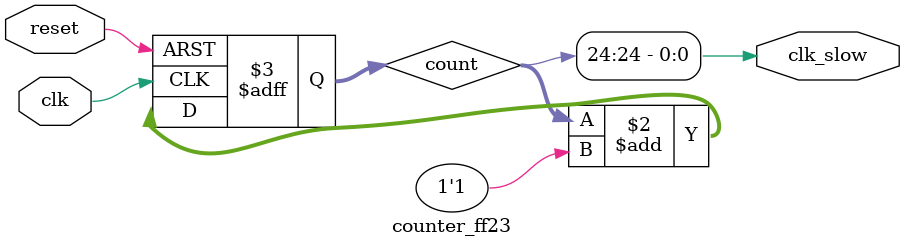
<source format=v>
module counter_ff23(clk_slow,clk,reset);
input clk,reset;
reg[24:0]count;
output clk_slow;

always@(posedge clk or posedge reset)
begin

if(reset)
count<=25'b0;
else
begin
count<=count+1'b1;
end
end
assign clk_slow=count[24];


endmodule
</source>
